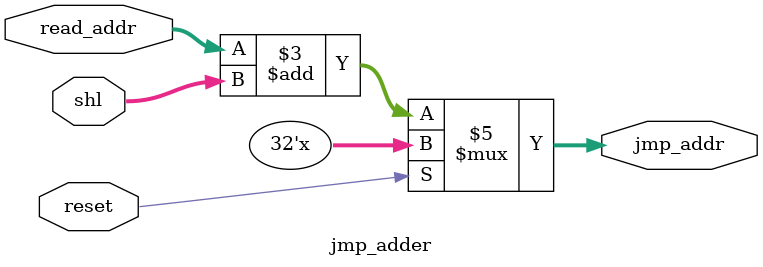
<source format=sv>
module jmp_adder(
    input reset,
    input [31:0] read_addr,
    input [31:0] shl,
    output reg [31:0] jmp_addr
);

    always_comb begin
        if (reset == 1'b0) begin
            jmp_addr = read_addr + shl;
        end
    end

endmodule

</source>
